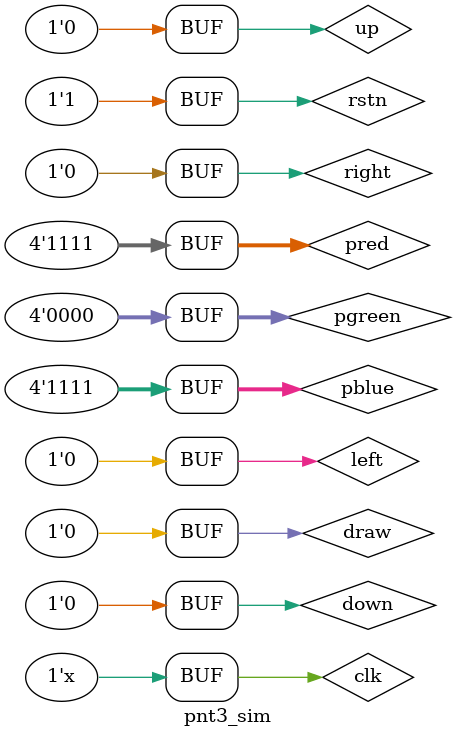
<source format=v>
`timescale 1ns / 1ps

module pnt3_sim();
reg clk;
reg  rstn;		//Ê±ÖÓ, ¸´Î» (µÍµçÆ½ÓÐÐ§)
reg  up;		//ÒÆ¶¯·½Ïò (dir)£ºÉÏ
reg down;		//ÒÆ¶¯·½Ïò (dir)£ºÏÂ
reg left;		//ÒÆ¶¯·½Ïò (dir)£º×ó
reg right;		//ÒÆ¶¯·½Ïò (dir)£ºÓÒ
//input [11:0] prgb,
reg [3:0] pred;  	//»­±ÊÑÕÉ« (prgb)£ººì
reg [3:0] pgreen; 	//»­±ÊÑÕÉ« (prgb)£ºÂÌ
reg [3:0] pblue; 	//»­±ÊÑÕÉ« (prgb)£ºÀ¶
reg draw;		//»æ»­¿ª¹Ø£º1-»æ»­
 //output [11:0] rgb,
wire  [3:0] red;//ÏñËØÑÕÉ« (rgb)£ººì
wire [3:0] green; 	//ÏñËØÑÕÉ« (rgb)£ºÂÌ
wire  [3:0] blue; 	//ÏñËØÑÕÉ« (rgb)£ºÀ¶
wire hs;		//ÐÐÍ¬²½
wire vs;		//³¡Í¬²½

painter3 PNT3(
    .clk(clk),
    .rstn(rstn),		//Ê±ÖÓ, ¸´Î» (µÍµçÆ½ÓÐÐ§)
    .up(up),		//ÒÆ¶¯·½Ïò (dir)£ºÉÏ
    .down(down),		//ÒÆ¶¯·½Ïò (dir)£ºÏÂ
    .left(left),		//ÒÆ¶¯·½Ïò (dir)£º×ó
    .right(right),		//ÒÆ¶¯·½Ïò (dir)£ºÓÒ
    //input [11:0] prgb,
    .pred(pred),  	//»­±ÊÑÕÉ« (prgb)£ººì
    .pgreen(pgreen), 	//»­±ÊÑÕÉ« (prgb)£ºÂÌ
    .pblue(pblue), 	//»­±ÊÑÕÉ« (prgb)£ºÀ¶
    .draw(draw),		//»æ»­¿ª¹Ø£º1-»æ»­
    //output [11:0] rgb,
    .red(red),	//ÏñËØÑÕÉ« (rgb)£ººì
    .green(green), 	//ÏñËØÑÕÉ« (rgb)£ºÂÌ
    .blue(blue), 	//ÏñËØÑÕÉ« (rgb)£ºÀ¶
    .hs(hs),		//ÐÐÍ¬²½
    .vs(vs)		//³¡Í¬²½
    );
    
initial begin
clk = 0;rstn = 0;pred = 0;pgreen = 0;pblue = 0;
up = 0;down = 0;left = 0;right = 0;draw= 0;
end
always #5 clk = ~clk;

initial 
begin
#5 rstn = 1;
#5 pred = 4'b1111;

#5 down = 1;
#3 down = 0;

#5 pblue = 4'b1111;
end

endmodule

</source>
